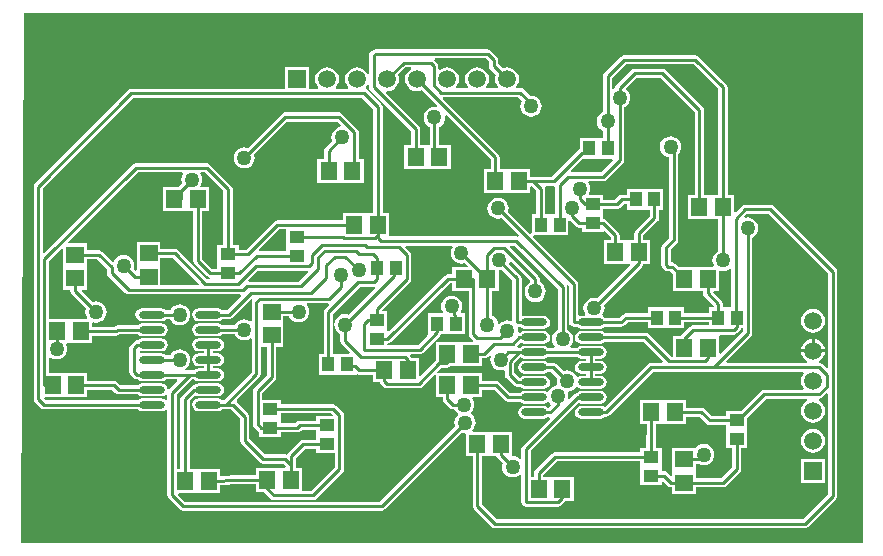
<source format=gtl>
G04*
G04 #@! TF.GenerationSoftware,Altium Limited,Altium Designer,20.0.2 (26)*
G04*
G04 Layer_Physical_Order=1*
G04 Layer_Color=255*
%FSLAX25Y25*%
%MOIN*%
G70*
G01*
G75*
%ADD14C,0.01000*%
%ADD15R,0.03937X0.05118*%
%ADD16R,0.05118X0.03937*%
%ADD17R,0.05906X0.05512*%
%ADD18R,0.05512X0.05906*%
%ADD19O,0.08661X0.02362*%
%ADD29R,0.05906X0.05906*%
%ADD30C,0.05906*%
%ADD31R,0.05906X0.05906*%
%ADD32C,0.05000*%
G36*
X504500Y134500D02*
X224355D01*
X224002Y134855D01*
X225000Y311000D01*
X504500D01*
Y134500D01*
D02*
G37*
%LPC*%
G36*
X379500Y299029D02*
X342133D01*
X341548Y298913D01*
X341052Y298581D01*
X340466Y297996D01*
X340134Y297499D01*
X340018Y296914D01*
Y290936D01*
X339518Y290836D01*
X339453Y290993D01*
X338819Y291819D01*
X337993Y292453D01*
X337032Y292851D01*
X336000Y292987D01*
X334968Y292851D01*
X334007Y292453D01*
X333181Y291819D01*
X332547Y290993D01*
X332149Y290032D01*
X332013Y289000D01*
X332149Y287968D01*
X332547Y287007D01*
X333067Y286329D01*
X332866Y285829D01*
X329134D01*
X328933Y286329D01*
X329453Y287007D01*
X329851Y287968D01*
X329987Y289000D01*
X329851Y290032D01*
X329453Y290993D01*
X328819Y291819D01*
X327993Y292453D01*
X327032Y292851D01*
X326000Y292987D01*
X324968Y292851D01*
X324007Y292453D01*
X323181Y291819D01*
X322547Y290993D01*
X322149Y290032D01*
X322013Y289000D01*
X322149Y287968D01*
X322547Y287007D01*
X323067Y286329D01*
X322866Y285829D01*
X319953D01*
Y292953D01*
X312047D01*
Y285829D01*
X260800D01*
X260215Y285713D01*
X259719Y285381D01*
X228619Y254281D01*
X228287Y253785D01*
X228171Y253200D01*
Y182500D01*
X228287Y181915D01*
X228619Y181419D01*
X230619Y179419D01*
X231115Y179087D01*
X231700Y178971D01*
X262749D01*
X262778Y178928D01*
X263499Y178445D01*
X264350Y178276D01*
X270650D01*
X271501Y178445D01*
X272222Y178928D01*
X272271Y179000D01*
X272771Y178848D01*
Y150400D01*
X272887Y149815D01*
X273219Y149319D01*
X276919Y145619D01*
X277415Y145287D01*
X278000Y145171D01*
X344200D01*
X344785Y145287D01*
X345281Y145619D01*
X370851Y171188D01*
X371086Y171090D01*
X372000Y170970D01*
X372307Y170701D01*
Y163547D01*
X374534D01*
Y146837D01*
X374650Y146252D01*
X374982Y145756D01*
X380919Y139819D01*
X381415Y139487D01*
X382000Y139371D01*
X485200D01*
X485785Y139487D01*
X486281Y139819D01*
X495581Y149119D01*
X495913Y149615D01*
X496029Y150200D01*
Y224900D01*
X495913Y225485D01*
X495581Y225981D01*
X474881Y246681D01*
X474385Y247013D01*
X473800Y247129D01*
X465300D01*
X464715Y247013D01*
X464219Y246681D01*
X462218Y244681D01*
X461756Y244872D01*
Y250453D01*
X459529D01*
Y286300D01*
X459413Y286885D01*
X459081Y287381D01*
X449881Y296581D01*
X449385Y296913D01*
X448800Y297029D01*
X425000D01*
X424415Y296913D01*
X423918Y296581D01*
X418419Y291081D01*
X418087Y290585D01*
X417971Y290000D01*
Y278155D01*
X417735Y278057D01*
X417004Y277496D01*
X416443Y276765D01*
X416090Y275914D01*
X415970Y275000D01*
X416090Y274086D01*
X416443Y273235D01*
X417004Y272504D01*
X417735Y271943D01*
X417971Y271845D01*
Y269559D01*
X416532D01*
Y269559D01*
X416169D01*
Y269559D01*
X410232D01*
Y265758D01*
X409819Y265481D01*
X400867Y256529D01*
X393693D01*
Y258953D01*
X386319D01*
X386181Y258953D01*
X385819D01*
X385681Y258953D01*
X383592D01*
Y262937D01*
X383476Y263522D01*
X383144Y264018D01*
X364607Y282556D01*
X364798Y283018D01*
X389819D01*
X390999Y281838D01*
X390943Y281765D01*
X390590Y280914D01*
X390470Y280000D01*
X390590Y279086D01*
X390943Y278235D01*
X391504Y277504D01*
X392235Y276943D01*
X393086Y276590D01*
X394000Y276470D01*
X394914Y276590D01*
X395765Y276943D01*
X396496Y277504D01*
X397057Y278235D01*
X397410Y279086D01*
X397530Y280000D01*
X397410Y280914D01*
X397057Y281765D01*
X396496Y282496D01*
X395765Y283057D01*
X394914Y283410D01*
X394000Y283530D01*
X393675Y283488D01*
X391534Y285629D01*
X391038Y285960D01*
X390453Y286077D01*
X389369D01*
X389123Y286577D01*
X389453Y287007D01*
X389851Y287968D01*
X389987Y289000D01*
X389851Y290032D01*
X389453Y290993D01*
X388819Y291819D01*
X387993Y292453D01*
X387032Y292851D01*
X386000Y292987D01*
X384968Y292851D01*
X384504Y292659D01*
X383029Y294133D01*
Y295500D01*
X382913Y296085D01*
X382581Y296581D01*
X380581Y298581D01*
X380085Y298913D01*
X379500Y299029D01*
D02*
G37*
%LPD*%
G36*
X379971Y294866D02*
Y293500D01*
X380087Y292915D01*
X380419Y292419D01*
X382341Y290496D01*
X382149Y290032D01*
X382013Y289000D01*
X382149Y287968D01*
X382547Y287007D01*
X382877Y286577D01*
X382631Y286077D01*
X379369D01*
X379123Y286577D01*
X379453Y287007D01*
X379851Y287968D01*
X379987Y289000D01*
X379851Y290032D01*
X379453Y290993D01*
X378819Y291819D01*
X377993Y292453D01*
X377032Y292851D01*
X376000Y292987D01*
X374968Y292851D01*
X374007Y292453D01*
X373181Y291819D01*
X372547Y290993D01*
X372149Y290032D01*
X372013Y289000D01*
X372149Y287968D01*
X372547Y287007D01*
X372877Y286577D01*
X372631Y286077D01*
X369369D01*
X369123Y286577D01*
X369453Y287007D01*
X369851Y287968D01*
X369987Y289000D01*
X369851Y290032D01*
X369453Y290993D01*
X368819Y291819D01*
X367993Y292453D01*
X367032Y292851D01*
X366000Y292987D01*
X364968Y292851D01*
X364007Y292453D01*
X363577Y292123D01*
X363077Y292369D01*
Y293453D01*
X362960Y294038D01*
X362629Y294534D01*
X361692Y295471D01*
X361829Y295908D01*
X361877Y295971D01*
X378867D01*
X379971Y294866D01*
D02*
G37*
G36*
X354050Y292471D02*
X354007Y292453D01*
X353181Y291819D01*
X352547Y290993D01*
X352149Y290032D01*
X352013Y289000D01*
X352149Y287968D01*
X352547Y287007D01*
X353181Y286181D01*
X354007Y285547D01*
X354968Y285149D01*
X356000Y285013D01*
X357032Y285149D01*
X357496Y285341D01*
X362609Y280228D01*
X362376Y279754D01*
X361800Y279830D01*
X360886Y279710D01*
X360035Y279357D01*
X359304Y278796D01*
X358743Y278065D01*
X358390Y277214D01*
X358270Y276300D01*
X358390Y275386D01*
X358743Y274535D01*
X359304Y273804D01*
X360035Y273243D01*
X360271Y273145D01*
Y266953D01*
X359681D01*
Y266953D01*
X359319D01*
Y266953D01*
X357092D01*
Y272484D01*
X356976Y273070D01*
X356644Y273566D01*
X345625Y284585D01*
X345846Y285033D01*
X346000Y285013D01*
X347032Y285149D01*
X347993Y285547D01*
X348819Y286181D01*
X349453Y287007D01*
X349851Y287968D01*
X349987Y289000D01*
X349851Y290032D01*
X349659Y290496D01*
X352133Y292971D01*
X353950D01*
X354050Y292471D01*
D02*
G37*
G36*
X421279Y261979D02*
X417367Y258067D01*
X407383D01*
X407191Y258528D01*
X411104Y262441D01*
X416169D01*
Y262441D01*
X416532D01*
Y262441D01*
X421088D01*
X421279Y261979D01*
D02*
G37*
G36*
X456471Y285666D02*
Y250453D01*
X454244D01*
Y250453D01*
X453882D01*
Y250453D01*
X451655D01*
Y278626D01*
X451539Y279211D01*
X451207Y279707D01*
X438833Y292081D01*
X438337Y292413D01*
X437752Y292529D01*
X428500D01*
X427915Y292413D01*
X427419Y292081D01*
X422419Y287081D01*
X422087Y286585D01*
X421982Y286060D01*
X421735Y285957D01*
X421478Y285760D01*
X421029Y285981D01*
Y289367D01*
X425633Y293971D01*
X448167D01*
X456471Y285666D01*
D02*
G37*
G36*
X341471Y279112D02*
Y244453D01*
X339244D01*
Y244453D01*
X338882D01*
Y244453D01*
X331370D01*
Y242029D01*
X309450D01*
X308865Y241913D01*
X308369Y241581D01*
X298967Y232179D01*
X296559D01*
Y233618D01*
X294529D01*
Y252500D01*
X294413Y253085D01*
X294081Y253581D01*
X287081Y260581D01*
X286585Y260913D01*
X286000Y261029D01*
X262200D01*
X261615Y260913D01*
X261119Y260581D01*
X231691Y231154D01*
X231229Y231346D01*
Y252567D01*
X261434Y282771D01*
X337812D01*
X341471Y279112D01*
D02*
G37*
G36*
X401971Y253170D02*
Y244059D01*
X400531D01*
Y244059D01*
X400169D01*
Y244059D01*
X398730D01*
Y252500D01*
X398637Y252971D01*
X398634Y252990D01*
X398912Y253471D01*
X401500D01*
X401584Y253487D01*
X401971Y253170D01*
D02*
G37*
G36*
X340018Y287064D02*
Y286500D01*
X340134Y285915D01*
X340466Y285419D01*
X354034Y271851D01*
Y266953D01*
X351807D01*
Y259047D01*
X359319D01*
Y259047D01*
X359681D01*
Y259047D01*
X367193D01*
Y266953D01*
X363329D01*
Y273145D01*
X363565Y273243D01*
X364296Y273804D01*
X364857Y274535D01*
X365210Y275386D01*
X365330Y276300D01*
X365254Y276876D01*
X365728Y277109D01*
X380534Y262303D01*
Y258953D01*
X378307D01*
Y251047D01*
X385681D01*
X385819Y251047D01*
X386181D01*
X386319Y251047D01*
X393693D01*
Y253167D01*
X394193Y253345D01*
X395671Y251867D01*
Y244059D01*
X394232D01*
Y237638D01*
X393732Y237431D01*
X386312Y244851D01*
X386410Y245086D01*
X386530Y246000D01*
X386410Y246914D01*
X386057Y247765D01*
X385496Y248496D01*
X384765Y249057D01*
X383914Y249410D01*
X383000Y249530D01*
X382086Y249410D01*
X381235Y249057D01*
X380504Y248496D01*
X379943Y247765D01*
X379590Y246914D01*
X379470Y246000D01*
X379590Y245086D01*
X379943Y244235D01*
X380504Y243504D01*
X381235Y242943D01*
X382086Y242590D01*
X383000Y242470D01*
X383914Y242590D01*
X384149Y242688D01*
X389895Y236942D01*
X389803Y236753D01*
X389600Y236530D01*
X389100Y236629D01*
X346756D01*
Y244453D01*
X344529D01*
Y279746D01*
X344413Y280331D01*
X344081Y280827D01*
X339527Y285381D01*
X339031Y285713D01*
X339031Y285713D01*
X338922Y285952D01*
X338875Y286254D01*
X339453Y287007D01*
X339518Y287164D01*
X340018Y287064D01*
D02*
G37*
G36*
X408919Y239919D02*
X409415Y239587D01*
X410000Y239471D01*
X410941D01*
Y238032D01*
X418059D01*
Y238125D01*
X418521Y238316D01*
X420534Y236303D01*
Y235453D01*
X418307D01*
Y227547D01*
X425681D01*
X425819Y227547D01*
X426181D01*
X426319Y227547D01*
X427031D01*
X427222Y227085D01*
X416149Y216012D01*
X415914Y216110D01*
X415000Y216230D01*
X414086Y216110D01*
X413235Y215757D01*
X412504Y215196D01*
X411943Y214465D01*
X411590Y213614D01*
X411470Y212700D01*
X411590Y211786D01*
X411943Y210935D01*
X412144Y210672D01*
X411923Y210224D01*
X410799D01*
X410229Y210110D01*
X409729Y210464D01*
Y220800D01*
X409613Y221385D01*
X409281Y221881D01*
X394722Y236441D01*
X394929Y236941D01*
X400169D01*
Y236941D01*
X400531D01*
Y236941D01*
X406468D01*
Y241715D01*
X406930Y241907D01*
X408919Y239919D01*
D02*
G37*
G36*
X425882Y245441D02*
X431681D01*
X431819Y245441D01*
X432181D01*
X432319Y245441D01*
X433620D01*
Y243446D01*
X428856Y238681D01*
X428524Y238185D01*
X428408Y237600D01*
Y235453D01*
X426319D01*
X426181Y235453D01*
X425819D01*
X425681Y235453D01*
X423592D01*
Y236937D01*
X423476Y237522D01*
X423144Y238018D01*
X419081Y242081D01*
X418585Y242413D01*
X418059Y242518D01*
Y243969D01*
X418059D01*
Y244331D01*
X418059D01*
Y245770D01*
X422490D01*
X423076Y245886D01*
X423572Y246218D01*
X424825Y247471D01*
X425882D01*
Y245441D01*
D02*
G37*
G36*
X312441Y233531D02*
X312441D01*
Y233169D01*
X312441D01*
Y231730D01*
X303497D01*
X303305Y232192D01*
X310084Y238971D01*
X312441D01*
Y233531D01*
D02*
G37*
G36*
X448597Y277993D02*
Y250453D01*
X446370D01*
Y242547D01*
X453882D01*
Y242547D01*
X454244D01*
Y242547D01*
X456471D01*
Y231755D01*
X456235Y231657D01*
X455504Y231096D01*
X454943Y230365D01*
X454590Y229514D01*
X454470Y228600D01*
X454590Y227686D01*
X454894Y226953D01*
X454672Y226453D01*
X449256D01*
X449118Y226453D01*
X448756D01*
X448618Y226453D01*
X443210D01*
X442081Y227581D01*
X441585Y227913D01*
X441000Y228029D01*
X440529D01*
Y232366D01*
X442581Y234419D01*
X442913Y234915D01*
X443029Y235500D01*
Y264047D01*
X443557Y264735D01*
X443910Y265586D01*
X444030Y266500D01*
X443910Y267414D01*
X443557Y268265D01*
X442996Y268996D01*
X442265Y269557D01*
X441414Y269910D01*
X440500Y270030D01*
X439586Y269910D01*
X438735Y269557D01*
X438004Y268996D01*
X437443Y268265D01*
X437090Y267414D01*
X436970Y266500D01*
X437090Y265586D01*
X437443Y264735D01*
X438004Y264004D01*
X438735Y263443D01*
X439586Y263090D01*
X439971Y263039D01*
Y236134D01*
X437919Y234081D01*
X437587Y233585D01*
X437471Y233000D01*
Y227086D01*
X437587Y226501D01*
X437919Y226004D01*
X438504Y225419D01*
X439001Y225087D01*
X439586Y224971D01*
X440367D01*
X441244Y224093D01*
Y218547D01*
X448618D01*
X448756Y218547D01*
X449118D01*
X449256Y218547D01*
X451345D01*
Y217676D01*
X451461Y217091D01*
X451793Y216595D01*
X454821Y213566D01*
Y213059D01*
X453382D01*
Y211029D01*
X445118D01*
Y213059D01*
X439319D01*
X439181Y213059D01*
X438819D01*
X438681Y213059D01*
X432882D01*
Y211029D01*
X425600D01*
X425015Y210913D01*
X424519Y210581D01*
X423466Y209529D01*
X418700D01*
X418671Y209573D01*
X417991Y210027D01*
X417941Y210086D01*
X417796Y210595D01*
X418057Y210935D01*
X418410Y211786D01*
X418530Y212700D01*
X418410Y213614D01*
X418312Y213849D01*
X431018Y226556D01*
X431350Y227052D01*
X431449Y227547D01*
X433693D01*
Y235453D01*
X431466D01*
Y236966D01*
X436231Y241731D01*
X436563Y242227D01*
X436679Y242813D01*
Y245441D01*
X438118D01*
Y252559D01*
X432319D01*
X432181Y252559D01*
X431819D01*
X431681Y252559D01*
X425882D01*
Y250529D01*
X424191D01*
X423606Y250413D01*
X423110Y250081D01*
X421857Y248829D01*
X418059D01*
Y250268D01*
X413464D01*
X413243Y250716D01*
X413257Y250735D01*
X413610Y251586D01*
X413730Y252500D01*
X413610Y253414D01*
X413257Y254265D01*
X413071Y254508D01*
X413318Y255008D01*
X418000D01*
X418585Y255124D01*
X419081Y255456D01*
X424581Y260956D01*
X424913Y261452D01*
X425029Y262037D01*
Y279745D01*
X425265Y279843D01*
X425996Y280404D01*
X426557Y281135D01*
X426910Y281986D01*
X427030Y282900D01*
X426910Y283814D01*
X426557Y284665D01*
X425996Y285396D01*
X425767Y285572D01*
X425734Y286071D01*
X429134Y289471D01*
X437118D01*
X448597Y277993D01*
D02*
G37*
G36*
X291471Y251867D02*
Y233618D01*
X289441D01*
Y227681D01*
X289441D01*
Y227319D01*
X289441D01*
Y225880D01*
X287720D01*
X284466Y229134D01*
Y245047D01*
X286693D01*
Y252953D01*
X283987D01*
X283741Y253453D01*
X283957Y253735D01*
X284310Y254586D01*
X284430Y255500D01*
X284310Y256414D01*
X283957Y257265D01*
X283760Y257522D01*
X283981Y257971D01*
X285367D01*
X291471Y251867D01*
D02*
G37*
G36*
X460671Y225607D02*
Y213059D01*
X459681D01*
Y213059D01*
X459319D01*
Y213059D01*
X457880D01*
Y214200D01*
X457763Y214785D01*
X457432Y215281D01*
X454666Y218047D01*
X454873Y218547D01*
X456630D01*
Y224929D01*
X456977Y225161D01*
X457130Y225184D01*
X458000Y225070D01*
X458914Y225190D01*
X459765Y225543D01*
X460171Y225854D01*
X460671Y225607D01*
D02*
G37*
G36*
X278040Y257522D02*
X277843Y257265D01*
X277490Y256414D01*
X277370Y255500D01*
X277490Y254586D01*
X277588Y254351D01*
X276219Y252981D01*
X276199Y252953D01*
X271307D01*
Y245047D01*
X278681D01*
X278819Y245047D01*
Y245047D01*
X279181D01*
Y245047D01*
X281408D01*
Y228500D01*
X281524Y227915D01*
X281856Y227419D01*
X286005Y223269D01*
X286501Y222937D01*
X287087Y222821D01*
X287066Y222329D01*
X285970D01*
X276281Y232018D01*
X275785Y232350D01*
X275200Y232466D01*
X270453D01*
Y234693D01*
X262547D01*
Y227181D01*
X262547D01*
Y226819D01*
X262547D01*
Y225369D01*
X262085Y225178D01*
X261512Y225751D01*
X261610Y225986D01*
X261730Y226900D01*
X261610Y227814D01*
X261257Y228665D01*
X260696Y229396D01*
X259965Y229957D01*
X259114Y230310D01*
X258200Y230430D01*
X257286Y230310D01*
X256435Y229957D01*
X255704Y229396D01*
X255143Y228665D01*
X254980Y228271D01*
X254489Y228174D01*
X251081Y231581D01*
X250585Y231913D01*
X250000Y232029D01*
X245953D01*
Y234256D01*
X239772D01*
X239581Y234718D01*
X262833Y257971D01*
X277819D01*
X278040Y257522D01*
D02*
G37*
G36*
X319776Y224671D02*
X316684Y221579D01*
X299896D01*
X299704Y222041D01*
X302834Y225171D01*
X319568D01*
X319776Y224671D01*
D02*
G37*
G36*
X283183Y220791D02*
X282991Y220329D01*
X270453D01*
Y226819D01*
X270453D01*
Y227181D01*
X270453D01*
Y229408D01*
X274567D01*
X283183Y220791D01*
D02*
G37*
G36*
X402971Y219067D02*
Y205555D01*
X402735Y205457D01*
X402004Y204896D01*
X401443Y204165D01*
X401090Y203314D01*
X400970Y202400D01*
X401090Y201486D01*
X401443Y200635D01*
X401907Y200029D01*
X401728Y199529D01*
X399802D01*
X399773Y199573D01*
X399052Y200055D01*
X398201Y200224D01*
X391902D01*
X391051Y200055D01*
X390329Y199573D01*
X390300Y199529D01*
X389548D01*
X389341Y200029D01*
X390575Y201263D01*
X391051Y200945D01*
X391902Y200776D01*
X398201D01*
X399052Y200945D01*
X399773Y201428D01*
X400255Y202149D01*
X400425Y203000D01*
X400255Y203851D01*
X399773Y204573D01*
X399052Y205055D01*
X398201Y205224D01*
X391902D01*
X391051Y205055D01*
X390329Y204573D01*
X389862Y204694D01*
X389608Y204932D01*
X389630Y205100D01*
X389516Y205971D01*
X389538Y206122D01*
X389771Y206471D01*
X390300D01*
X390329Y206428D01*
X391051Y205945D01*
X391902Y205776D01*
X398201D01*
X399052Y205945D01*
X399773Y206428D01*
X400255Y207149D01*
X400425Y208000D01*
X400255Y208851D01*
X399773Y209573D01*
X399052Y210055D01*
X398201Y210224D01*
X391902D01*
X391329Y210110D01*
X390829Y210462D01*
Y222600D01*
X390713Y223185D01*
X390381Y223681D01*
X386624Y227438D01*
X386810Y227886D01*
X386849Y228181D01*
X387377Y228361D01*
X393820Y221917D01*
X393764Y221411D01*
X393635Y221357D01*
X392904Y220796D01*
X392343Y220065D01*
X391990Y219214D01*
X391870Y218300D01*
X391990Y217386D01*
X392343Y216535D01*
X392904Y215804D01*
X393635Y215243D01*
X394486Y214890D01*
X395400Y214770D01*
X396314Y214890D01*
X397165Y215243D01*
X397896Y215804D01*
X398457Y216535D01*
X398810Y217386D01*
X398930Y218300D01*
X398810Y219214D01*
X398457Y220065D01*
X397896Y220796D01*
X397165Y221357D01*
X396929Y221455D01*
Y222500D01*
X396813Y223085D01*
X396481Y223581D01*
X386954Y233109D01*
X387146Y233571D01*
X388467D01*
X402971Y219067D01*
D02*
G37*
G36*
X342096Y219459D02*
X333149Y210512D01*
X332914Y210610D01*
X332000Y210730D01*
X331086Y210610D01*
X330235Y210257D01*
X329504Y209696D01*
X328943Y208965D01*
X328590Y208114D01*
X328470Y207200D01*
X328590Y206286D01*
X328943Y205435D01*
X329504Y204704D01*
X330235Y204143D01*
X330471Y204045D01*
Y201700D01*
X330587Y201115D01*
X330919Y200619D01*
X333516Y198021D01*
X333325Y197559D01*
X329681D01*
Y197559D01*
X329319D01*
Y197559D01*
X327880D01*
Y210718D01*
X337033Y219871D01*
X341601D01*
X341850Y219920D01*
X342096Y219459D01*
D02*
G37*
G36*
X238047Y232531D02*
Y226882D01*
X238047Y226744D01*
Y226382D01*
X238047Y226244D01*
Y218870D01*
X240471D01*
Y218400D01*
X240587Y217815D01*
X240919Y217319D01*
X245688Y212549D01*
X245590Y212314D01*
X245470Y211400D01*
X245590Y210486D01*
X245943Y209635D01*
X246122Y209401D01*
X245901Y208953D01*
X240256D01*
X240118Y208953D01*
X239756D01*
X239618Y208953D01*
X233229D01*
Y228366D01*
X237585Y232722D01*
X238047Y232531D01*
D02*
G37*
G36*
X387771Y221967D02*
Y208646D01*
X387355Y208369D01*
X387014Y208510D01*
X386100Y208630D01*
X385186Y208510D01*
X384335Y208157D01*
X383604Y207596D01*
X383440Y207383D01*
X382918Y207523D01*
X382847Y208062D01*
X382494Y208913D01*
X381933Y209644D01*
X381202Y210205D01*
X380966Y210303D01*
Y218547D01*
X383193D01*
Y225088D01*
X383400Y225270D01*
X384314Y225390D01*
X384337Y225400D01*
X387771Y221967D01*
D02*
G37*
G36*
X252671Y225666D02*
Y224500D01*
X252787Y223915D01*
X253119Y223419D01*
X258819Y217719D01*
X259315Y217387D01*
X259900Y217271D01*
X297114D01*
X297305Y216809D01*
X292526Y212029D01*
X291148D01*
X291120Y212072D01*
X290398Y212555D01*
X289547Y212724D01*
X283248D01*
X282397Y212555D01*
X281676Y212072D01*
X281193Y211351D01*
X281024Y210500D01*
X281193Y209649D01*
X281676Y208927D01*
X282397Y208445D01*
X283248Y208276D01*
X289547D01*
X290398Y208445D01*
X291120Y208927D01*
X291148Y208971D01*
X293160D01*
X293745Y209087D01*
X294241Y209419D01*
X300856Y216034D01*
X300882Y216029D01*
X301113Y215473D01*
X300987Y215285D01*
X300871Y214700D01*
Y208581D01*
X300422Y208360D01*
X300165Y208557D01*
X299314Y208910D01*
X298400Y209030D01*
X297486Y208910D01*
X296635Y208557D01*
X295904Y207996D01*
X295343Y207265D01*
X295245Y207029D01*
X291148D01*
X291120Y207072D01*
X290398Y207555D01*
X289547Y207724D01*
X283248D01*
X282397Y207555D01*
X281676Y207072D01*
X281193Y206351D01*
X281024Y205500D01*
X281193Y204649D01*
X281676Y203927D01*
X282397Y203446D01*
X283248Y203276D01*
X289547D01*
X290398Y203446D01*
X291120Y203927D01*
X291148Y203971D01*
X295245D01*
X295343Y203735D01*
X295904Y203004D01*
X296635Y202443D01*
X297486Y202090D01*
X298400Y201970D01*
X299314Y202090D01*
X300165Y202443D01*
X300422Y202640D01*
X300871Y202419D01*
Y191333D01*
X291611Y182074D01*
X291120Y182072D01*
X290398Y182554D01*
X289547Y182724D01*
X283248D01*
X282397Y182554D01*
X281676Y182072D01*
X281193Y181351D01*
X281024Y180500D01*
X281193Y179649D01*
X281676Y178928D01*
X282397Y178445D01*
X283248Y178276D01*
X289547D01*
X290398Y178445D01*
X291120Y178928D01*
X291148Y178971D01*
X293967D01*
X297071Y175866D01*
Y168500D01*
X297187Y167915D01*
X297519Y167419D01*
X303619Y161319D01*
X304115Y160987D01*
X304700Y160871D01*
X311367D01*
X312284Y159953D01*
X312077Y159453D01*
X310244D01*
Y159453D01*
X309882D01*
Y159453D01*
X302370D01*
Y157029D01*
X296800D01*
X296763Y157022D01*
X296726Y157028D01*
X290618Y156731D01*
X290256Y157076D01*
Y158953D01*
X282744D01*
Y158953D01*
X282382D01*
Y158953D01*
X280155D01*
Y181867D01*
X282000Y183711D01*
X282397Y183446D01*
X283248Y183276D01*
X289547D01*
X290398Y183446D01*
X291120Y183928D01*
X291602Y184649D01*
X291771Y185500D01*
X291602Y186351D01*
X291120Y187073D01*
X290398Y187555D01*
X289547Y187724D01*
X283248D01*
X282397Y187555D01*
X281676Y187073D01*
X281647Y187029D01*
X281626D01*
X281041Y186913D01*
X280545Y186581D01*
X277545Y183581D01*
X277213Y183085D01*
X277097Y182500D01*
Y158953D01*
X275829D01*
Y183867D01*
X280933Y188971D01*
X281647D01*
X281676Y188927D01*
X282397Y188445D01*
X283248Y188276D01*
X289547D01*
X290398Y188445D01*
X291120Y188927D01*
X291602Y189649D01*
X291771Y190500D01*
X291602Y191351D01*
X291120Y192072D01*
X290398Y192554D01*
X289547Y192724D01*
X287927D01*
Y193276D01*
X289547D01*
X290398Y193446D01*
X291120Y193928D01*
X291602Y194649D01*
X291771Y195500D01*
X291602Y196351D01*
X291120Y197073D01*
X290398Y197555D01*
X289547Y197724D01*
X287927D01*
Y198276D01*
X289547D01*
X290398Y198445D01*
X291120Y198927D01*
X291602Y199649D01*
X291771Y200500D01*
X291602Y201351D01*
X291120Y202073D01*
X290398Y202554D01*
X289547Y202724D01*
X283248D01*
X282397Y202554D01*
X281676Y202073D01*
X281193Y201351D01*
X281024Y200500D01*
X281193Y199649D01*
X281676Y198927D01*
X282397Y198445D01*
X283248Y198276D01*
X284868D01*
Y197724D01*
X283248D01*
X282397Y197555D01*
X281676Y197073D01*
X281193Y196351D01*
X281024Y195500D01*
X281193Y194649D01*
X281676Y193928D01*
X282397Y193446D01*
X283248Y193276D01*
X284868D01*
Y192724D01*
X283248D01*
X282397Y192554D01*
X281676Y192072D01*
X281647Y192029D01*
X278907D01*
X278778Y192529D01*
X279396Y193004D01*
X279957Y193735D01*
X280310Y194586D01*
X280430Y195500D01*
X280310Y196414D01*
X279957Y197265D01*
X279396Y197996D01*
X278665Y198557D01*
X277814Y198910D01*
X276900Y199030D01*
X275986Y198910D01*
X275135Y198557D01*
X274404Y197996D01*
X273843Y197265D01*
X273745Y197029D01*
X272251D01*
X272222Y197073D01*
X271501Y197555D01*
X270650Y197724D01*
X264350D01*
X263859Y197626D01*
X263395Y197979D01*
Y198021D01*
X263859Y198374D01*
X264350Y198276D01*
X270650D01*
X271501Y198445D01*
X272222Y198927D01*
X272704Y199649D01*
X272873Y200500D01*
X272704Y201351D01*
X272222Y202073D01*
X271501Y202554D01*
X270650Y202724D01*
X264350D01*
X263499Y202554D01*
X262778Y202073D01*
X262749Y202029D01*
X262600D01*
X262015Y201913D01*
X261519Y201581D01*
X260519Y200581D01*
X260187Y200085D01*
X260071Y199500D01*
Y191500D01*
X260187Y190915D01*
X260519Y190419D01*
X261519Y189419D01*
X262015Y189087D01*
X262600Y188971D01*
X262749D01*
X262778Y188927D01*
X263499Y188445D01*
X264350Y188276D01*
X270650D01*
X271501Y188445D01*
X272222Y188927D01*
X272251Y188971D01*
X275954D01*
X276146Y188509D01*
X273342Y185705D01*
X272905Y185790D01*
X272802Y185858D01*
X272704Y186351D01*
X272222Y187073D01*
X271501Y187555D01*
X270650Y187724D01*
X264350D01*
X263499Y187555D01*
X262778Y187073D01*
X262749Y187029D01*
X257134D01*
X256081Y188081D01*
X255585Y188413D01*
X255000Y188529D01*
X246130D01*
Y190953D01*
X238756D01*
X238618Y190953D01*
X238256D01*
X238118Y190953D01*
X233229D01*
Y196207D01*
X233729Y196454D01*
X234135Y196143D01*
X234986Y195790D01*
X235900Y195670D01*
X236814Y195790D01*
X237665Y196143D01*
X238396Y196704D01*
X238957Y197435D01*
X239310Y198286D01*
X239430Y199200D01*
X239310Y200114D01*
X239130Y200547D01*
X239464Y201047D01*
X239756Y201047D01*
X240118D01*
X240256Y201047D01*
X247630D01*
Y203471D01*
X255700D01*
X256285Y203587D01*
X256781Y203919D01*
X256834Y203971D01*
X262749D01*
X262778Y203927D01*
X263499Y203446D01*
X264350Y203276D01*
X270650D01*
X271501Y203446D01*
X272222Y203927D01*
X272704Y204649D01*
X272873Y205500D01*
X272704Y206351D01*
X272222Y207072D01*
X271501Y207555D01*
X270650Y207724D01*
X264350D01*
X263499Y207555D01*
X262778Y207072D01*
X262749Y207029D01*
X256200D01*
X255615Y206913D01*
X255119Y206581D01*
X255066Y206529D01*
X247630D01*
Y207729D01*
X247977Y207961D01*
X248130Y207984D01*
X249000Y207870D01*
X249914Y207990D01*
X250765Y208343D01*
X251496Y208904D01*
X252057Y209635D01*
X252410Y210486D01*
X252530Y211400D01*
X252410Y212314D01*
X252057Y213165D01*
X251496Y213896D01*
X250765Y214457D01*
X249914Y214810D01*
X249000Y214930D01*
X248086Y214810D01*
X247851Y214712D01*
X244155Y218408D01*
X244346Y218870D01*
X245953D01*
Y226244D01*
X245953Y226382D01*
Y226744D01*
X245953Y226882D01*
Y228971D01*
X249366D01*
X252671Y225666D01*
D02*
G37*
G36*
X326560Y214031D02*
X326622Y213785D01*
X325269Y212432D01*
X324937Y211936D01*
X324821Y211351D01*
Y197559D01*
X323382D01*
Y190441D01*
X329319D01*
Y190441D01*
X329681D01*
Y190441D01*
X335618D01*
Y190441D01*
X336115Y190587D01*
X336700Y190471D01*
X341244D01*
Y188047D01*
X343561D01*
X343587Y187915D01*
X343919Y187419D01*
X344919Y186419D01*
X345415Y186087D01*
X346000Y185971D01*
X356600D01*
X357185Y186087D01*
X357681Y186419D01*
X361807Y190544D01*
X362307Y190337D01*
Y183047D01*
X364534D01*
Y182500D01*
X364650Y181915D01*
X364982Y181419D01*
X366982Y179419D01*
X367478Y179087D01*
X368063Y178971D01*
X368445D01*
X368543Y178735D01*
X369104Y178004D01*
X369550Y177662D01*
X369559Y177039D01*
X369504Y176996D01*
X368943Y176265D01*
X368590Y175414D01*
X368470Y174500D01*
X368590Y173586D01*
X368688Y173351D01*
X343566Y148229D01*
X278633D01*
X276316Y150547D01*
X276523Y151047D01*
X282382D01*
Y151047D01*
X282744D01*
Y151047D01*
X290256D01*
Y153651D01*
X296837Y153971D01*
X302370D01*
Y151547D01*
X304959D01*
X305045Y151419D01*
X307245Y149219D01*
X307741Y148887D01*
X308326Y148771D01*
X321400D01*
X321985Y148887D01*
X322481Y149219D01*
X331181Y157919D01*
X331513Y158415D01*
X331629Y159000D01*
Y177050D01*
X331513Y177635D01*
X331181Y178131D01*
X329081Y180231D01*
X328585Y180563D01*
X328000Y180679D01*
X310559D01*
Y182118D01*
X304429D01*
Y184367D01*
X308581Y188519D01*
X308913Y189015D01*
X309029Y189600D01*
Y199870D01*
X311453D01*
Y207382D01*
X311453D01*
Y207744D01*
X311453D01*
Y209971D01*
X313345D01*
X313443Y209735D01*
X314004Y209004D01*
X314735Y208443D01*
X315586Y208090D01*
X316500Y207970D01*
X317414Y208090D01*
X318265Y208443D01*
X318996Y209004D01*
X319557Y209735D01*
X319910Y210586D01*
X320030Y211500D01*
X319910Y212414D01*
X319557Y213265D01*
X319169Y213771D01*
X319416Y214271D01*
X326400D01*
X326560Y214031D01*
D02*
G37*
G36*
X367940Y233122D02*
X367743Y232865D01*
X367390Y232014D01*
X367270Y231100D01*
X367390Y230186D01*
X367743Y229335D01*
X368304Y228604D01*
X369035Y228043D01*
X369886Y227690D01*
X370800Y227570D01*
X371714Y227690D01*
X371949Y227788D01*
X372822Y226915D01*
X372631Y226453D01*
X367807D01*
Y224029D01*
X366250D01*
X365664Y223913D01*
X365168Y223581D01*
X346521Y204934D01*
X346417Y204977D01*
X346059Y205319D01*
Y205681D01*
X346059D01*
Y211618D01*
X344688D01*
X344481Y212118D01*
X353581Y221219D01*
X353913Y221715D01*
X354029Y222300D01*
Y230500D01*
X353913Y231085D01*
X353581Y231581D01*
X352054Y233109D01*
X352246Y233571D01*
X367719D01*
X367940Y233122D01*
D02*
G37*
G36*
X367807Y218547D02*
X373171D01*
Y204111D01*
X373287Y203526D01*
X373619Y203030D01*
X374695Y201953D01*
X374488Y201453D01*
X370181D01*
Y201453D01*
X369819D01*
Y201453D01*
X362423D01*
X362152Y201889D01*
X363782Y203519D01*
X364065Y203941D01*
X365669D01*
X365669Y203941D01*
X366032D01*
Y203941D01*
X366169Y203941D01*
X371969D01*
Y211059D01*
X370769D01*
X370548Y211508D01*
X370607Y211585D01*
X370960Y212436D01*
X371080Y213350D01*
X370960Y214264D01*
X370607Y215115D01*
X370046Y215846D01*
X369315Y216407D01*
X368464Y216760D01*
X367550Y216880D01*
X366636Y216760D01*
X365785Y216407D01*
X365054Y215846D01*
X364493Y215115D01*
X364140Y214264D01*
X364020Y213350D01*
X364140Y212436D01*
X364493Y211585D01*
X364552Y211508D01*
X364331Y211059D01*
X359732D01*
Y203941D01*
X359732Y203941D01*
X359732D01*
X359487Y203549D01*
X356267Y200329D01*
X346120D01*
X346100Y200821D01*
X346685Y200937D01*
X347181Y201269D01*
X366883Y220971D01*
X367807D01*
Y218547D01*
D02*
G37*
G36*
X464671Y204934D02*
X457218Y197481D01*
X456756Y197672D01*
Y203453D01*
X456954Y203871D01*
X461550D01*
X462135Y203987D01*
X462631Y204319D01*
X463731Y205419D01*
X464063Y205915D01*
X464068Y205941D01*
X464671D01*
Y204934D01*
D02*
G37*
G36*
X406671Y220166D02*
Y208000D01*
X406787Y207415D01*
X407119Y206919D01*
X407615Y206587D01*
X408200Y206471D01*
X409198D01*
X409227Y206428D01*
X409948Y205945D01*
X410799Y205776D01*
X417098D01*
X417949Y205945D01*
X418671Y206428D01*
X418700Y206471D01*
X424100D01*
X424685Y206587D01*
X425181Y206919D01*
X426233Y207971D01*
X432882D01*
Y205941D01*
X438681D01*
X438819Y205941D01*
X439181D01*
X439319Y205941D01*
X445118D01*
Y207971D01*
X453382D01*
Y206929D01*
X448000D01*
X447415Y206813D01*
X446919Y206481D01*
X444045Y203607D01*
X443941Y203453D01*
X441370D01*
Y196529D01*
X440733D01*
X433181Y204081D01*
X432685Y204413D01*
X432100Y204529D01*
X418700D01*
X418671Y204573D01*
X417949Y205055D01*
X417098Y205224D01*
X410799D01*
X409948Y205055D01*
X409227Y204573D01*
X408745Y203851D01*
X408575Y203000D01*
X408745Y202149D01*
X409227Y201428D01*
X409948Y200945D01*
X410799Y200776D01*
X417098D01*
X417949Y200945D01*
X418671Y201428D01*
X418700Y201471D01*
X431466D01*
X437946Y194991D01*
X437754Y194529D01*
X434100D01*
X433515Y194413D01*
X433019Y194081D01*
X418574Y179637D01*
X417949Y180054D01*
X417098Y180224D01*
X410799D01*
X409948Y180054D01*
X409227Y179572D01*
X408745Y178851D01*
X408575Y178000D01*
X408745Y177149D01*
X409227Y176427D01*
X409948Y175945D01*
X410799Y175776D01*
X417098D01*
X417949Y175945D01*
X418671Y176427D01*
X418700Y176471D01*
X419100D01*
X419685Y176587D01*
X420181Y176919D01*
X434733Y191471D01*
X484667D01*
X484913Y190971D01*
X484547Y190493D01*
X484149Y189532D01*
X484013Y188500D01*
X484149Y187468D01*
X484547Y186507D01*
X484913Y186029D01*
X484667Y185529D01*
X471801D01*
X471215Y185413D01*
X470719Y185081D01*
X463906Y178268D01*
X458941D01*
Y176829D01*
X454134D01*
X451881Y179081D01*
X451385Y179413D01*
X450800Y179529D01*
X445693D01*
Y181953D01*
X438181D01*
Y181953D01*
X437819D01*
Y181953D01*
X430307D01*
Y174047D01*
X432534D01*
Y170817D01*
X432471Y170500D01*
Y166118D01*
X430441D01*
Y164679D01*
X402000D01*
X401415Y164563D01*
X400919Y164231D01*
X395482Y158794D01*
X395150Y158298D01*
X395034Y157713D01*
Y156453D01*
X393829D01*
Y165067D01*
X409804Y181042D01*
X409948Y180946D01*
X410799Y180776D01*
X417098D01*
X417949Y180946D01*
X418671Y181428D01*
X419153Y182149D01*
X419322Y183000D01*
X419153Y183851D01*
X418671Y184573D01*
X417949Y185055D01*
X417098Y185224D01*
X410799D01*
X409948Y185055D01*
X409227Y184573D01*
X409136Y184437D01*
X409015Y184413D01*
X408519Y184081D01*
X406813Y182376D01*
X406339Y182609D01*
X406430Y183300D01*
X406310Y184214D01*
X406239Y184384D01*
X406555Y184930D01*
X407014Y184990D01*
X407865Y185343D01*
X408596Y185904D01*
X409004Y186435D01*
X409227Y186427D01*
X409948Y185945D01*
X410799Y185776D01*
X417098D01*
X417949Y185945D01*
X418671Y186427D01*
X419153Y187149D01*
X419322Y188000D01*
X419153Y188851D01*
X418671Y189573D01*
X417949Y190055D01*
X417098Y190224D01*
X415478D01*
Y190776D01*
X417098D01*
X417949Y190945D01*
X418671Y191428D01*
X419153Y192149D01*
X419322Y193000D01*
X419153Y193851D01*
X418671Y194572D01*
X417949Y195054D01*
X417098Y195224D01*
X415478D01*
Y195776D01*
X417098D01*
X417949Y195946D01*
X418671Y196428D01*
X419153Y197149D01*
X419322Y198000D01*
X419153Y198851D01*
X418671Y199573D01*
X417949Y200055D01*
X417098Y200224D01*
X410799D01*
X409948Y200055D01*
X409227Y199573D01*
X409198Y199529D01*
X407272D01*
X407093Y200029D01*
X407557Y200635D01*
X407910Y201486D01*
X408030Y202400D01*
X407910Y203314D01*
X407557Y204165D01*
X406996Y204896D01*
X406265Y205457D01*
X406029Y205555D01*
Y219700D01*
X405930Y220200D01*
X406153Y220403D01*
X406342Y220495D01*
X406671Y220166D01*
D02*
G37*
G36*
X492971Y224267D02*
Y192846D01*
X492509Y192654D01*
X491081Y194081D01*
X490585Y194413D01*
X490034Y194523D01*
X490006Y194568D01*
X489993Y195047D01*
X490819Y195681D01*
X491453Y196507D01*
X491851Y197468D01*
X491921Y198000D01*
X488000D01*
X484079D01*
X484149Y197468D01*
X484547Y196507D01*
X485181Y195681D01*
X486007Y195047D01*
X486050Y195029D01*
X485950Y194529D01*
X459246D01*
X459054Y194991D01*
X467281Y203219D01*
X467613Y203715D01*
X467729Y204300D01*
Y236245D01*
X467965Y236343D01*
X468696Y236904D01*
X469257Y237635D01*
X469610Y238486D01*
X469730Y239400D01*
X469610Y240314D01*
X469257Y241165D01*
X468696Y241896D01*
X467965Y242457D01*
X467114Y242810D01*
X466200Y242930D01*
X465394Y242824D01*
X465189Y243107D01*
X465135Y243272D01*
X465934Y244071D01*
X473167D01*
X492971Y224267D01*
D02*
G37*
G36*
X362307Y201336D02*
Y195370D01*
X357092Y190155D01*
X356630Y190346D01*
Y195953D01*
X354313D01*
X354287Y196085D01*
X353955Y196581D01*
X353728Y196809D01*
X353920Y197271D01*
X356901D01*
X357486Y197387D01*
X357982Y197719D01*
X361871Y201607D01*
X362307Y201336D01*
D02*
G37*
G36*
X380662Y196829D02*
X380490Y196414D01*
X380370Y195500D01*
X380490Y194586D01*
X380843Y193735D01*
X381404Y193004D01*
X382135Y192443D01*
X382986Y192090D01*
X383900Y191970D01*
X384814Y192090D01*
X384955Y192149D01*
X385371Y191871D01*
Y190500D01*
X385487Y189915D01*
X385819Y189419D01*
X388319Y186919D01*
X388815Y186587D01*
X389400Y186471D01*
X390300D01*
X390329Y186427D01*
X391051Y185945D01*
X391902Y185776D01*
X398201D01*
X399052Y185945D01*
X399773Y186427D01*
X400255Y187149D01*
X400425Y188000D01*
X400255Y188851D01*
X399773Y189573D01*
X399052Y190055D01*
X398201Y190224D01*
X391902D01*
X391051Y190055D01*
X390329Y189573D01*
X389863Y189700D01*
X388429Y191133D01*
Y194266D01*
X390486Y196323D01*
X391051Y195946D01*
X391902Y195776D01*
X398201D01*
X399052Y195946D01*
X399773Y196428D01*
X399802Y196471D01*
X409198D01*
X409227Y196428D01*
X409948Y195946D01*
X410799Y195776D01*
X412419D01*
Y195224D01*
X410799D01*
X409948Y195054D01*
X409227Y194572D01*
X408745Y193851D01*
X408575Y193000D01*
X408745Y192149D01*
X409227Y191428D01*
X409948Y190945D01*
X410799Y190776D01*
X412419D01*
Y190224D01*
X410799D01*
X409948Y190055D01*
X409692Y189883D01*
X409214Y190029D01*
X409157Y190165D01*
X408596Y190896D01*
X407865Y191457D01*
X407014Y191810D01*
X406100Y191930D01*
X405186Y191810D01*
X404880Y191683D01*
X402481Y194081D01*
X401985Y194413D01*
X401400Y194529D01*
X399802D01*
X399773Y194572D01*
X399052Y195054D01*
X398201Y195224D01*
X391902D01*
X391051Y195054D01*
X390329Y194572D01*
X389847Y193851D01*
X389678Y193000D01*
X389847Y192149D01*
X390329Y191428D01*
X391051Y190945D01*
X391902Y190776D01*
X398201D01*
X399052Y190945D01*
X399773Y191428D01*
X399802Y191471D01*
X400767D01*
X402758Y189479D01*
X402690Y189314D01*
X402570Y188400D01*
X402690Y187486D01*
X402761Y187316D01*
X402445Y186770D01*
X401986Y186710D01*
X401135Y186357D01*
X400404Y185796D01*
X399843Y185065D01*
X399819Y185007D01*
X399340Y184862D01*
X399052Y185055D01*
X398201Y185224D01*
X391902D01*
X391051Y185055D01*
X390329Y184573D01*
X390300Y184529D01*
X387034D01*
X383481Y188081D01*
X382985Y188413D01*
X382400Y188529D01*
X377693D01*
Y190953D01*
X370319D01*
X370181Y190953D01*
Y190953D01*
X369819D01*
Y190953D01*
X362923D01*
X362716Y191453D01*
X364096Y192834D01*
X366063D01*
X366648Y192950D01*
X367144Y193282D01*
X367322Y193547D01*
X369819D01*
Y193547D01*
X370181D01*
Y193547D01*
X377693D01*
Y195971D01*
X378463D01*
X379048Y196087D01*
X379544Y196419D01*
X380238Y197112D01*
X380662Y196829D01*
D02*
G37*
G36*
X255419Y184419D02*
X255915Y184087D01*
X256500Y183971D01*
X262749D01*
X262778Y183928D01*
X263499Y183446D01*
X264350Y183276D01*
X270650D01*
X271501Y183446D01*
X272222Y183928D01*
X272271Y184000D01*
X272771Y183848D01*
Y182152D01*
X272271Y182000D01*
X272222Y182072D01*
X271501Y182554D01*
X270650Y182724D01*
X264350D01*
X263499Y182554D01*
X262778Y182072D01*
X262749Y182029D01*
X232333D01*
X231778Y182585D01*
X231969Y183047D01*
X238118D01*
X238256Y183047D01*
X238618D01*
X238756Y183047D01*
X246130D01*
Y185471D01*
X254366D01*
X255419Y184419D01*
D02*
G37*
G36*
X385319Y181919D02*
X385815Y181587D01*
X386400Y181471D01*
X390300D01*
X390329Y181428D01*
X391051Y180946D01*
X391902Y180776D01*
X398201D01*
X399052Y180946D01*
X399773Y181428D01*
X399921Y181432D01*
X400404Y180804D01*
X400463Y180758D01*
X400496Y180259D01*
X399806Y179569D01*
X399773Y179572D01*
X399052Y180054D01*
X398201Y180224D01*
X391902D01*
X391051Y180054D01*
X390329Y179572D01*
X389847Y178851D01*
X389678Y178000D01*
X389847Y177149D01*
X390329Y176427D01*
X391051Y175945D01*
X391902Y175776D01*
X398201D01*
X399052Y175945D01*
X399740Y176405D01*
X400109Y176350D01*
X400297Y175860D01*
X391219Y166781D01*
X390887Y166285D01*
X390771Y165700D01*
Y162563D01*
X390271Y162444D01*
X389602Y162957D01*
X388751Y163310D01*
X388128Y163392D01*
X387815Y163504D01*
X387693Y163916D01*
Y171453D01*
X380181D01*
Y171453D01*
X379819D01*
Y171453D01*
X374556D01*
X374395Y171926D01*
X374496Y172004D01*
X375057Y172735D01*
X375410Y173586D01*
X375530Y174500D01*
X375410Y175414D01*
X375057Y176265D01*
X374496Y176996D01*
X374050Y177338D01*
X374041Y177962D01*
X374096Y178004D01*
X374657Y178735D01*
X375010Y179586D01*
X375130Y180500D01*
X375010Y181414D01*
X374657Y182265D01*
X374441Y182547D01*
X374687Y183047D01*
X377693D01*
Y185471D01*
X381767D01*
X385319Y181919D01*
D02*
G37*
G36*
X492971Y184154D02*
Y150833D01*
X484566Y142429D01*
X382633D01*
X377592Y147470D01*
Y163547D01*
X379819D01*
Y163547D01*
X380181D01*
Y163547D01*
X382458D01*
X382524Y163215D01*
X382856Y162719D01*
X384525Y161049D01*
X384427Y160814D01*
X384307Y159900D01*
X384427Y158986D01*
X384780Y158135D01*
X385341Y157404D01*
X386072Y156843D01*
X386923Y156490D01*
X387837Y156370D01*
X388751Y156490D01*
X389602Y156843D01*
X390271Y157356D01*
X390771Y157237D01*
Y148000D01*
X390887Y147415D01*
X391219Y146919D01*
X391715Y146587D01*
X392300Y146471D01*
X403000D01*
X403585Y146587D01*
X404081Y146919D01*
X405518Y148355D01*
X405647Y148547D01*
X408193D01*
Y156453D01*
X400681D01*
Y156453D01*
X400319D01*
Y156453D01*
X398092D01*
Y157079D01*
X402633Y161620D01*
X430441D01*
Y160319D01*
X430441Y160181D01*
Y159819D01*
X430441Y159681D01*
Y153882D01*
X437559D01*
Y154721D01*
X438059Y154929D01*
X439569Y153419D01*
X440065Y153087D01*
X440650Y152971D01*
X441047D01*
Y150744D01*
X448953D01*
Y152971D01*
X458000D01*
X458585Y153087D01*
X459081Y153419D01*
X463581Y157919D01*
X463913Y158415D01*
X464029Y159000D01*
Y166032D01*
X466059D01*
Y171831D01*
X466059Y171968D01*
Y172331D01*
X466059Y172468D01*
Y176095D01*
X472434Y182471D01*
X485950D01*
X486050Y181971D01*
X486007Y181953D01*
X485181Y181319D01*
X484547Y180493D01*
X484149Y179532D01*
X484013Y178500D01*
X484149Y177468D01*
X484547Y176507D01*
X485181Y175681D01*
X486007Y175047D01*
X486968Y174649D01*
X488000Y174513D01*
X489032Y174649D01*
X489993Y175047D01*
X490819Y175681D01*
X491453Y176507D01*
X491851Y177468D01*
X491987Y178500D01*
X491851Y179532D01*
X491453Y180493D01*
X490819Y181319D01*
X489993Y181953D01*
X490006Y182432D01*
X490034Y182477D01*
X490585Y182587D01*
X491081Y182919D01*
X492509Y184346D01*
X492971Y184154D01*
D02*
G37*
G36*
X327907Y177080D02*
X327715Y176618D01*
X322441D01*
Y175179D01*
X316899D01*
X316314Y175063D01*
X315818Y174731D01*
X315466Y174380D01*
X310559D01*
Y175819D01*
X310559D01*
Y176181D01*
X310559D01*
Y177620D01*
X327366D01*
X327907Y177080D01*
D02*
G37*
G36*
X452419Y174218D02*
X452915Y173886D01*
X453501Y173770D01*
X458941D01*
Y172468D01*
X458941Y172331D01*
Y171968D01*
X458941Y171831D01*
Y166032D01*
X460971D01*
Y159634D01*
X457367Y156029D01*
X448953D01*
Y158118D01*
X448953Y158256D01*
Y158618D01*
X448953Y158756D01*
Y160845D01*
X449832D01*
X449835Y160843D01*
X450686Y160490D01*
X451600Y160370D01*
X452514Y160490D01*
X453365Y160843D01*
X454096Y161404D01*
X454657Y162135D01*
X455010Y162986D01*
X455130Y163900D01*
X455010Y164814D01*
X454657Y165665D01*
X454096Y166396D01*
X453365Y166957D01*
X452514Y167310D01*
X451600Y167430D01*
X450686Y167310D01*
X449835Y166957D01*
X449104Y166396D01*
X448899Y166130D01*
X441047D01*
Y158756D01*
X441047Y158618D01*
Y158256D01*
X441047Y158118D01*
Y156919D01*
X440585Y156728D01*
X439381Y157932D01*
X438885Y158263D01*
X438300Y158380D01*
X437559D01*
Y159681D01*
X437559Y159819D01*
Y160181D01*
X437559Y160319D01*
Y166118D01*
X435529D01*
Y170246D01*
X435592Y170563D01*
Y174047D01*
X437819D01*
Y174047D01*
X438181D01*
Y174047D01*
X445693D01*
Y176471D01*
X450167D01*
X452419Y174218D01*
D02*
G37*
G36*
X305971Y190234D02*
X301819Y186081D01*
X301487Y185585D01*
X301371Y185000D01*
Y173950D01*
X301487Y173365D01*
X301819Y172869D01*
X302919Y171769D01*
X303415Y171437D01*
X303441Y171432D01*
Y169882D01*
X310559D01*
Y171321D01*
X316100D01*
X316685Y171437D01*
X317181Y171769D01*
X317533Y172120D01*
X322441D01*
Y170681D01*
X322441D01*
Y170319D01*
X322441D01*
Y168880D01*
X318000D01*
X317415Y168763D01*
X316919Y168432D01*
X312919Y164432D01*
X312587Y163936D01*
X312563Y163817D01*
X312000Y163929D01*
X305333D01*
X300129Y169133D01*
Y176500D01*
X300013Y177085D01*
X299681Y177581D01*
X295916Y181346D01*
X295867Y182004D01*
X303481Y189619D01*
X303813Y190115D01*
X303929Y190700D01*
Y199870D01*
X305971D01*
Y190234D01*
D02*
G37*
G36*
X322441Y164382D02*
X328571D01*
Y159634D01*
X320766Y151829D01*
X317756D01*
Y159453D01*
X315529D01*
Y160400D01*
Y162717D01*
X318634Y165821D01*
X322441D01*
Y164382D01*
D02*
G37*
%LPC*%
G36*
X330000Y277929D02*
X312000D01*
X311415Y277813D01*
X310919Y277481D01*
X299549Y266112D01*
X299314Y266210D01*
X298400Y266330D01*
X297486Y266210D01*
X296635Y265857D01*
X295904Y265296D01*
X295343Y264565D01*
X294990Y263714D01*
X294870Y262800D01*
X294990Y261886D01*
X295343Y261035D01*
X295904Y260304D01*
X296635Y259743D01*
X297486Y259390D01*
X298400Y259270D01*
X299314Y259390D01*
X300165Y259743D01*
X300896Y260304D01*
X301457Y261035D01*
X301810Y261886D01*
X301930Y262800D01*
X301810Y263714D01*
X301712Y263949D01*
X312633Y274871D01*
X329366D01*
X330649Y273588D01*
X330470Y273060D01*
X330086Y273010D01*
X329235Y272657D01*
X328504Y272096D01*
X327943Y271365D01*
X327590Y270514D01*
X327470Y269600D01*
X327590Y268686D01*
X327688Y268451D01*
X325482Y266244D01*
X325150Y265748D01*
X325034Y265163D01*
Y262453D01*
X322807D01*
Y254547D01*
X330319D01*
Y254547D01*
X330681D01*
Y254547D01*
X338193D01*
Y262453D01*
X336529D01*
Y271400D01*
X336413Y271985D01*
X336081Y272481D01*
X331081Y277481D01*
X330585Y277813D01*
X330000Y277929D01*
D02*
G37*
G36*
X276900Y214030D02*
X275986Y213910D01*
X275135Y213557D01*
X274404Y212996D01*
X273843Y212265D01*
X273745Y212029D01*
X272251D01*
X272222Y212072D01*
X271501Y212555D01*
X270650Y212724D01*
X264350D01*
X263499Y212555D01*
X262778Y212072D01*
X262296Y211351D01*
X262127Y210500D01*
X262296Y209649D01*
X262778Y208927D01*
X263499Y208445D01*
X264350Y208276D01*
X270650D01*
X271501Y208445D01*
X272222Y208927D01*
X272251Y208971D01*
X273745D01*
X273843Y208735D01*
X274404Y208004D01*
X275135Y207443D01*
X275986Y207090D01*
X276900Y206970D01*
X277814Y207090D01*
X278665Y207443D01*
X279396Y208004D01*
X279957Y208735D01*
X280310Y209586D01*
X280430Y210500D01*
X280310Y211414D01*
X279957Y212265D01*
X279396Y212996D01*
X278665Y213557D01*
X277814Y213910D01*
X276900Y214030D01*
D02*
G37*
G36*
X488000Y212487D02*
X486968Y212351D01*
X486007Y211953D01*
X485181Y211319D01*
X484547Y210493D01*
X484149Y209532D01*
X484013Y208500D01*
X484149Y207468D01*
X484547Y206507D01*
X485181Y205681D01*
X486007Y205047D01*
X486968Y204649D01*
X488000Y204513D01*
X489032Y204649D01*
X489993Y205047D01*
X490819Y205681D01*
X491453Y206507D01*
X491851Y207468D01*
X491987Y208500D01*
X491851Y209532D01*
X491453Y210493D01*
X490819Y211319D01*
X489993Y211953D01*
X489032Y212351D01*
X488000Y212487D01*
D02*
G37*
G36*
X488500Y202421D02*
Y199000D01*
X491921D01*
X491851Y199532D01*
X491453Y200493D01*
X490819Y201319D01*
X489993Y201953D01*
X489032Y202351D01*
X488500Y202421D01*
D02*
G37*
G36*
X487500D02*
X486968Y202351D01*
X486007Y201953D01*
X485181Y201319D01*
X484547Y200493D01*
X484149Y199532D01*
X484079Y199000D01*
X487500D01*
Y202421D01*
D02*
G37*
G36*
X488000Y172487D02*
X486968Y172351D01*
X486007Y171953D01*
X485181Y171319D01*
X484547Y170493D01*
X484149Y169532D01*
X484013Y168500D01*
X484149Y167468D01*
X484547Y166507D01*
X485181Y165681D01*
X486007Y165047D01*
X486968Y164649D01*
X488000Y164513D01*
X489032Y164649D01*
X489993Y165047D01*
X490819Y165681D01*
X491453Y166507D01*
X491851Y167468D01*
X491987Y168500D01*
X491851Y169532D01*
X491453Y170493D01*
X490819Y171319D01*
X489993Y171953D01*
X489032Y172351D01*
X488000Y172487D01*
D02*
G37*
G36*
X491953Y162453D02*
X484047D01*
Y154547D01*
X491953D01*
Y162453D01*
D02*
G37*
%LPD*%
D14*
X373937Y187000D02*
X382400D01*
X386400Y183000D01*
X395051D01*
X307000Y172850D02*
X316100D01*
X316899Y173650D01*
X326000D01*
X442150Y209500D02*
X456350D01*
Y214200D01*
X452874Y217676D02*
X456350Y214200D01*
X452874Y217676D02*
Y222500D01*
X434000Y163150D02*
Y170500D01*
X434063Y170563D01*
Y178000D01*
X434000Y156850D02*
X438300D01*
X440650Y154500D01*
X445000D01*
X413949Y188000D02*
Y193000D01*
Y198000D01*
X395051D02*
X413949D01*
X286398Y195500D02*
Y200500D01*
Y190500D02*
Y195500D01*
X429937Y231500D02*
Y237600D01*
X435150Y242813D01*
Y249000D01*
X413949Y208000D02*
X424100D01*
X425600Y209500D01*
X435850D01*
X414500Y247299D02*
X422490D01*
X424191Y249000D01*
X428850D01*
X316000Y236500D02*
X331200D01*
X331700Y236000D01*
X342000D01*
X343000Y237000D01*
Y240500D01*
X278626Y155000D02*
Y182500D01*
X281626Y185500D01*
X286398D01*
X401500Y255000D02*
X410900Y264400D01*
X413201D02*
Y266000D01*
X394701Y255000D02*
X397201Y252500D01*
Y240500D02*
Y252500D01*
X445126Y199500D02*
Y202526D01*
X448000Y205400D01*
X461550D01*
X462650Y206500D01*
Y209500D01*
X441937Y178000D02*
X450800D01*
X453501Y175299D01*
X462500D01*
X422063Y231500D02*
Y236937D01*
X418000Y241000D02*
X422063Y236937D01*
X414500Y241000D02*
X418000D01*
X445000Y154500D02*
X458000D01*
X462500Y159000D01*
Y169000D01*
X262600Y190500D02*
X267500D01*
X261600Y191500D02*
X262600Y190500D01*
X261600Y191500D02*
Y199500D01*
X262600Y200500D01*
X267500D01*
X306126Y152500D02*
Y155500D01*
Y152500D02*
X308326Y150300D01*
X321400D01*
X330100Y159000D01*
Y177050D01*
X328000Y179150D02*
X330100Y177050D01*
X307000Y179150D02*
X328000D01*
X314000Y163350D02*
X318000Y167350D01*
X326000D01*
X293000Y230650D02*
X299600D01*
X309450Y240500D01*
X335126D01*
X302558Y230201D02*
X316000D01*
X296708Y224350D02*
X302558Y230201D01*
X293000Y224350D02*
X296708D01*
X287087D02*
X293000D01*
X282937Y228500D02*
X287087Y224350D01*
X282937Y228500D02*
Y249000D01*
X267500Y190500D02*
X280300D01*
X366250Y222500D02*
X371563D01*
X346100Y202350D02*
X366250Y222500D01*
X342500Y202350D02*
X346100D01*
X336700Y192000D02*
X345000D01*
X335300Y193400D02*
X336700Y192000D01*
X332650Y193400D02*
Y194000D01*
X366063Y194363D02*
Y197500D01*
X356600Y187500D02*
X363463Y194363D01*
X346000Y187500D02*
X356600D01*
X345000Y188500D02*
X346000Y187500D01*
X345000Y188500D02*
Y192000D01*
X280300Y190500D02*
X286398D01*
X274300Y184500D02*
X280300Y190500D01*
X274300Y150400D02*
Y184500D01*
Y150400D02*
X278000Y146700D01*
X344200D01*
X372000Y174500D01*
X383900Y195500D02*
X386400Y198000D01*
X390149Y203000D02*
X395051D01*
X387960Y200811D02*
X390149Y203000D01*
X381774Y200811D02*
X387960D01*
X378463Y197500D02*
X381774Y200811D01*
X373937Y197500D02*
X378463D01*
X458000Y228600D02*
Y246500D01*
X429937Y227637D02*
Y231500D01*
X415000Y212700D02*
X429937Y227637D01*
X307500Y189600D02*
Y203626D01*
X302900Y185000D02*
X307500Y189600D01*
X302900Y173950D02*
Y185000D01*
Y173950D02*
X304000Y172850D01*
X307000D01*
X343000Y236100D02*
X344000Y235100D01*
X389100D01*
X404500Y219700D01*
Y202400D02*
Y219700D01*
X462500Y175299D02*
X463100D01*
X471801Y184000D01*
X490000D01*
X492500Y186500D01*
Y190500D01*
X490000Y193000D02*
X492500Y190500D01*
X413949Y178000D02*
X419100D01*
X402000Y163150D02*
X434000D01*
X396563Y157713D02*
X402000Y163150D01*
X396563Y152500D02*
Y157713D01*
X413949Y203000D02*
X432100D01*
X440100Y195000D01*
X452000D01*
X453000Y196000D01*
Y199500D01*
X404437Y149437D02*
Y152500D01*
X403000Y148000D02*
X404437Y149437D01*
X392300Y148000D02*
X403000D01*
X392300D02*
Y165700D01*
X409600Y183000D01*
X413949D01*
X379400Y222500D02*
X379437D01*
X370800Y231100D02*
X379400Y222500D01*
X342701D02*
Y226000D01*
X341601Y221400D02*
X342701Y222500D01*
X336399Y221400D02*
X341601D01*
X326350Y211351D02*
X336399Y221400D01*
X326350Y194000D02*
Y211351D01*
X362701Y204600D02*
Y207500D01*
X356901Y198800D02*
X362701Y204600D01*
X338400Y198800D02*
X356901D01*
X338400D02*
Y207500D01*
X339550Y208650D01*
X342500D01*
X342701Y226000D02*
Y229500D01*
X341301Y230900D02*
X342701Y229500D01*
X336500Y230900D02*
X341301D01*
X335500Y231900D02*
X336500Y230900D01*
X325300Y231900D02*
X335500D01*
X323034Y229634D02*
X325300Y231900D01*
X323034Y225766D02*
Y229634D01*
X317318Y220050D02*
X323034Y225766D01*
X299207Y220050D02*
X317318D01*
X297957Y218800D02*
X299207Y220050D01*
X259900Y218800D02*
X297957D01*
X254200Y224500D02*
X259900Y218800D01*
X254200Y224500D02*
Y226300D01*
X250000Y230500D02*
X254200Y226300D01*
X242000Y230500D02*
X250000D01*
X294600Y180500D02*
X298600Y176500D01*
Y168500D02*
Y176500D01*
Y168500D02*
X304700Y162400D01*
X312000D01*
X314000Y160400D01*
Y155500D02*
Y160400D01*
X462650Y209500D02*
Y211800D01*
X462200Y212250D02*
X462650Y211800D01*
X462200Y212250D02*
Y242500D01*
X465300Y245600D01*
X473800D01*
X494500Y224900D01*
Y150200D02*
Y224900D01*
X485200Y140900D02*
X494500Y150200D01*
X382000Y140900D02*
X485200D01*
X376063Y146837D02*
X382000Y140900D01*
X376063Y146837D02*
Y167500D01*
X419100Y178000D02*
X434100Y193000D01*
X454900D01*
X466200Y204300D01*
Y239400D01*
X408200Y208000D02*
X413949D01*
X408200D02*
Y220800D01*
X383000Y246000D02*
X408200Y220800D01*
X366063Y182500D02*
Y187000D01*
Y182500D02*
X368063Y180500D01*
X371600D01*
X383811Y202811D02*
X386100Y205100D01*
X376000Y202811D02*
X383811D01*
X374700Y204111D02*
X376000Y202811D01*
X371563Y222500D02*
X374700D01*
X334437Y258500D02*
X335000D01*
X330000Y276400D02*
X335000Y271400D01*
X312000Y276400D02*
X330000D01*
X298400Y262800D02*
X312000Y276400D01*
X286398Y205500D02*
X298400D01*
X242000Y218400D02*
X249000Y211400D01*
X242000Y218400D02*
Y222626D01*
X343000Y240500D02*
Y279746D01*
X338446Y284300D02*
X343000Y279746D01*
X260800Y284300D02*
X338446D01*
X229700Y253200D02*
X260800Y284300D01*
X229700Y182500D02*
Y253200D01*
Y182500D02*
X231700Y180500D01*
X267500D01*
X361547Y287000D02*
X364000Y284547D01*
X390453D01*
X411900Y247299D02*
X414500D01*
X410200Y248999D02*
X411900Y247299D01*
X410200Y248999D02*
Y252500D01*
X361800Y263000D02*
X363437D01*
X410000Y241000D02*
X414500D01*
X407500Y243500D02*
X410000Y241000D01*
X407500Y243500D02*
Y246000D01*
X326563Y265163D02*
X331000Y269600D01*
X326563Y258500D02*
Y265163D01*
X403500Y253832D02*
X406205Y256537D01*
X356000Y289000D02*
X382063Y262937D01*
Y255000D02*
Y262937D01*
X267500Y210500D02*
X276900D01*
X419500Y266000D02*
Y275000D01*
X277300Y251900D02*
X280900Y255500D01*
X275063Y249000D02*
X277300D01*
X307500Y211500D02*
X316500D01*
X242374Y187000D02*
X255000D01*
X256500Y185500D01*
X267500D01*
X243874Y205000D02*
X255700D01*
X256200Y205500D01*
X267500D01*
X286500Y155000D02*
X296800Y155500D01*
X306126D01*
X231700Y187000D02*
X234500D01*
X231700Y229000D02*
X262200Y259500D01*
X286000D01*
X293000Y252500D01*
Y230650D02*
Y252500D01*
X403500Y240500D02*
Y253832D01*
X406205Y256537D02*
X418000D01*
X423500Y262037D01*
Y282900D01*
X235900Y199200D02*
X236000Y199300D01*
Y205000D01*
X266500Y230937D02*
X275200D01*
X285337Y220800D01*
X296300D01*
X302200Y226700D01*
X320000D01*
X321000Y227700D01*
Y230500D01*
X324400Y233900D01*
X338500D01*
X339300Y233100D01*
X349900D01*
X352500Y230500D01*
Y222300D02*
Y230500D01*
X342500Y212300D02*
X352500Y222300D01*
X342500Y208650D02*
Y212300D01*
X341547Y286500D02*
X355563Y272484D01*
Y263000D02*
Y272484D01*
X450074Y162374D02*
X451600Y163900D01*
X445000Y162374D02*
X450074D01*
X262037Y223063D02*
X266500D01*
X258200Y226900D02*
X262037Y223063D01*
X389400Y188000D02*
X395051D01*
X386900Y190500D02*
X389400Y188000D01*
X386900Y190500D02*
Y194900D01*
X390000Y198000D01*
X395051D01*
X332000Y229900D02*
X336500Y225400D01*
X328500Y229900D02*
X332000D01*
X325632Y227032D02*
X328500Y229900D01*
X325632Y222732D02*
Y227032D01*
X320803Y217903D02*
X325632Y222732D01*
X300562Y217903D02*
X320803D01*
X293160Y210500D02*
X300562Y217903D01*
X286398Y210500D02*
X293160D01*
X292200Y180500D02*
X302400Y190700D01*
Y214700D01*
X303500Y215800D01*
X326500D01*
X330500Y219800D01*
Y223900D01*
X383937Y163800D02*
X387837Y159900D01*
X383937Y163800D02*
Y167500D01*
X368000Y213350D02*
X369000Y207500D01*
X367550Y213350D02*
X368000D01*
X395400Y218300D02*
Y222500D01*
X385100Y232800D02*
X395400Y222500D01*
X381700Y232800D02*
X385100D01*
X379400Y230500D02*
X381700Y232800D01*
X379437Y207148D02*
Y222500D01*
X402900Y180500D02*
Y183300D01*
X400400Y178000D02*
X402900Y180500D01*
X395051Y178000D02*
X400400D01*
X348200Y223400D02*
X349000Y226000D01*
X332000Y207200D02*
X348200Y223400D01*
X332000Y201700D02*
Y207200D01*
Y201700D02*
X337200Y196500D01*
X351874D01*
X352874Y195500D01*
Y192000D02*
Y195500D01*
X389300Y208000D02*
X395051D01*
X389300D02*
Y222600D01*
X383400Y228500D02*
X389300Y222600D01*
X383400Y228500D02*
Y228800D01*
X267500Y195500D02*
X276900D01*
X395051Y193000D02*
X401400D01*
X406000Y188400D01*
X406100D01*
X335000Y258500D02*
Y271400D01*
X361800Y263000D02*
Y276300D01*
X231700Y187000D02*
Y229000D01*
X423500Y282900D02*
Y286000D01*
X389937Y255000D02*
X394701D01*
X401500D01*
X410900Y264400D02*
X413201D01*
X374700Y204111D02*
Y222500D01*
X332650Y193400D02*
X335300D01*
X363463Y194363D02*
X366063D01*
X277300Y249000D02*
Y251900D01*
X386400Y198000D02*
X390000D01*
X314000Y160400D02*
Y163350D01*
X286398Y180500D02*
X292200D01*
X294600D01*
X343000Y236100D02*
Y237000D01*
X454900Y193000D02*
X490000D01*
X379400Y222500D02*
Y230500D01*
X346000Y289000D02*
X351500Y294500D01*
X360500D02*
X361547Y293453D01*
X351500Y294500D02*
X360500D01*
X361547Y287000D02*
Y293453D01*
X379500Y297500D02*
X381500Y295500D01*
X342133Y297500D02*
X379500D01*
X341547Y296914D02*
X342133Y297500D01*
X341547Y286500D02*
Y296914D01*
X381500Y293500D02*
Y295500D01*
Y293500D02*
X386000Y289000D01*
X423500Y286000D02*
X428500Y291000D01*
X437752D01*
X450126Y278626D01*
Y246500D02*
Y278626D01*
X448800Y295500D02*
X458000Y286300D01*
Y246500D02*
Y286300D01*
X425000Y295500D02*
X448800D01*
X419500Y290000D02*
X425000Y295500D01*
X419500Y275000D02*
Y290000D01*
X441000Y226500D02*
X442547Y224953D01*
X442744D01*
X445000Y222697D01*
Y222500D02*
Y222697D01*
X439000Y233000D02*
X441500Y235500D01*
X439000Y227086D02*
Y233000D01*
Y227086D02*
X439586Y226500D01*
X441000D01*
X440500Y266500D02*
X440914D01*
X441500Y265914D01*
Y235500D02*
Y265914D01*
X390453Y284547D02*
X394000Y281000D01*
Y280000D02*
Y281000D01*
D15*
X332650Y194000D02*
D03*
X326350D02*
D03*
X462650Y209500D02*
D03*
X456350D02*
D03*
X349000Y226000D02*
D03*
X342701D02*
D03*
X369000Y207500D02*
D03*
X362701D02*
D03*
X435850Y209500D02*
D03*
X442150D02*
D03*
X403500Y240500D02*
D03*
X397201D02*
D03*
X419500Y266000D02*
D03*
X413201D02*
D03*
X435150Y249000D02*
D03*
X428850D02*
D03*
D16*
X342500Y202350D02*
D03*
Y208650D02*
D03*
X434000Y163150D02*
D03*
Y156850D02*
D03*
X462500Y175299D02*
D03*
Y169000D02*
D03*
X293000Y230650D02*
D03*
Y224350D02*
D03*
X307000Y179150D02*
D03*
Y172850D02*
D03*
X414500Y241000D02*
D03*
Y247299D02*
D03*
X316000Y236500D02*
D03*
Y230201D02*
D03*
X326000Y167350D02*
D03*
Y173650D02*
D03*
D17*
X242000Y222626D02*
D03*
Y230500D02*
D03*
X266500Y223063D02*
D03*
Y230937D02*
D03*
X445000Y162374D02*
D03*
Y154500D02*
D03*
X307500Y211500D02*
D03*
Y203626D02*
D03*
D18*
X445000Y222500D02*
D03*
X452874D02*
D03*
X366063Y197500D02*
D03*
X373937D02*
D03*
X366063Y187000D02*
D03*
X373937D02*
D03*
X396563Y152500D02*
D03*
X404437D02*
D03*
X445126Y199500D02*
D03*
X453000D02*
D03*
X345000Y192000D02*
D03*
X352874D02*
D03*
X371563Y222500D02*
D03*
X379437D02*
D03*
X434063Y178000D02*
D03*
X441937D02*
D03*
X376063Y167500D02*
D03*
X383937D02*
D03*
X382063Y255000D02*
D03*
X389937D02*
D03*
X275063Y249000D02*
D03*
X282937D02*
D03*
X355563Y263000D02*
D03*
X363437D02*
D03*
X236000Y205000D02*
D03*
X243874D02*
D03*
X234500Y187000D02*
D03*
X242374D02*
D03*
X286500Y155000D02*
D03*
X278626D02*
D03*
X326563Y258500D02*
D03*
X334437D02*
D03*
X450126Y246500D02*
D03*
X458000D02*
D03*
X335126Y240500D02*
D03*
X343000D02*
D03*
X306126Y155500D02*
D03*
X314000D02*
D03*
X422063Y231500D02*
D03*
X429937D02*
D03*
D19*
X395051Y208000D02*
D03*
Y203000D02*
D03*
Y198000D02*
D03*
Y193000D02*
D03*
Y188000D02*
D03*
Y183000D02*
D03*
Y178000D02*
D03*
X413949Y208000D02*
D03*
Y203000D02*
D03*
Y198000D02*
D03*
Y193000D02*
D03*
Y188000D02*
D03*
Y183000D02*
D03*
Y178000D02*
D03*
X267500Y210500D02*
D03*
Y205500D02*
D03*
Y200500D02*
D03*
Y195500D02*
D03*
Y190500D02*
D03*
Y185500D02*
D03*
Y180500D02*
D03*
X286398Y210500D02*
D03*
Y205500D02*
D03*
Y200500D02*
D03*
Y195500D02*
D03*
Y190500D02*
D03*
Y185500D02*
D03*
Y180500D02*
D03*
D29*
X316000Y289000D02*
D03*
D30*
X326000D02*
D03*
X336000D02*
D03*
X346000D02*
D03*
X356000D02*
D03*
X366000D02*
D03*
X376000D02*
D03*
X386000D02*
D03*
X488000Y168500D02*
D03*
Y178500D02*
D03*
Y188500D02*
D03*
Y198500D02*
D03*
Y208500D02*
D03*
D31*
Y158500D02*
D03*
D32*
X372000Y174500D02*
D03*
X383900Y195500D02*
D03*
X458000Y228600D02*
D03*
X415000Y212700D02*
D03*
X404500Y202400D02*
D03*
X370800Y231100D02*
D03*
X466200Y239400D02*
D03*
X383000Y246000D02*
D03*
X371600Y180500D02*
D03*
X386100Y205100D02*
D03*
X298400Y262800D02*
D03*
Y205500D02*
D03*
X249000Y211400D02*
D03*
X410200Y252500D02*
D03*
X361800Y276300D02*
D03*
X407500Y246000D02*
D03*
X331000Y269600D02*
D03*
X276900Y210500D02*
D03*
X419500Y275000D02*
D03*
X280900Y255500D02*
D03*
X316500Y211500D02*
D03*
X423500Y282900D02*
D03*
X235900Y199200D02*
D03*
X451600Y163900D02*
D03*
X258200Y226900D02*
D03*
X336500Y225400D02*
D03*
X330500Y223900D02*
D03*
X387837Y159900D02*
D03*
X367550Y213350D02*
D03*
X395400Y218300D02*
D03*
X379437Y207148D02*
D03*
X402900Y183300D02*
D03*
X332000Y207200D02*
D03*
X383400Y228800D02*
D03*
X276900Y195500D02*
D03*
X406100Y188400D02*
D03*
X440500Y266500D02*
D03*
X394000Y280000D02*
D03*
M02*

</source>
